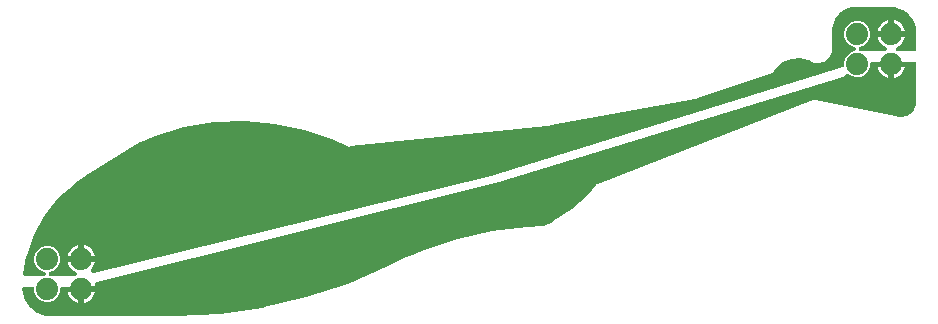
<source format=gtl>
G04 EAGLE Gerber X2 export*
G75*
%MOMM*%
%FSLAX34Y34*%
%LPD*%
%AMOC8*
5,1,8,0,0,1.08239X$1,22.5*%
G01*
%ADD10C,1.879600*%

G36*
X20437Y36069D02*
X20437Y36069D01*
X20441Y36069D01*
X20635Y36089D01*
X20833Y36109D01*
X20837Y36110D01*
X20841Y36110D01*
X21027Y36168D01*
X21218Y36227D01*
X21222Y36229D01*
X21226Y36230D01*
X21397Y36324D01*
X21572Y36419D01*
X21575Y36421D01*
X21579Y36424D01*
X21730Y36551D01*
X21881Y36676D01*
X21884Y36680D01*
X21887Y36683D01*
X22010Y36837D01*
X22133Y36990D01*
X22135Y36994D01*
X22138Y36998D01*
X22228Y37172D01*
X22319Y37347D01*
X22320Y37352D01*
X22322Y37356D01*
X22375Y37543D01*
X22430Y37734D01*
X22431Y37739D01*
X22432Y37743D01*
X22447Y37936D01*
X22463Y38136D01*
X22463Y38140D01*
X22463Y38144D01*
X22439Y38337D01*
X22416Y38535D01*
X22415Y38540D01*
X22414Y38544D01*
X22354Y38727D01*
X22291Y38918D01*
X22289Y38922D01*
X22288Y38926D01*
X22192Y39095D01*
X22093Y39269D01*
X22090Y39272D01*
X22088Y39276D01*
X21958Y39425D01*
X21830Y39574D01*
X21827Y39576D01*
X21824Y39580D01*
X21667Y39700D01*
X21512Y39820D01*
X21508Y39822D01*
X21505Y39825D01*
X21209Y39977D01*
X17435Y41540D01*
X14362Y44613D01*
X12699Y48627D01*
X12699Y52973D01*
X14362Y56987D01*
X17435Y60060D01*
X21449Y61723D01*
X25795Y61723D01*
X29809Y60060D01*
X32882Y56987D01*
X34545Y52973D01*
X34545Y48627D01*
X32882Y44613D01*
X29809Y41540D01*
X26035Y39977D01*
X26031Y39975D01*
X26026Y39973D01*
X25854Y39880D01*
X25680Y39786D01*
X25676Y39784D01*
X25672Y39781D01*
X25524Y39657D01*
X25369Y39530D01*
X25366Y39527D01*
X25363Y39524D01*
X25240Y39371D01*
X25116Y39217D01*
X25114Y39213D01*
X25111Y39210D01*
X25020Y39035D01*
X24929Y38861D01*
X24927Y38857D01*
X24925Y38853D01*
X24869Y38658D01*
X24815Y38474D01*
X24815Y38470D01*
X24814Y38466D01*
X24798Y38268D01*
X24781Y38073D01*
X24781Y38069D01*
X24781Y38064D01*
X24804Y37867D01*
X24826Y37673D01*
X24827Y37669D01*
X24828Y37665D01*
X24889Y37476D01*
X24949Y37290D01*
X24951Y37286D01*
X24953Y37282D01*
X25050Y37109D01*
X25146Y36938D01*
X25148Y36935D01*
X25151Y36931D01*
X25279Y36782D01*
X25407Y36633D01*
X25411Y36630D01*
X25414Y36627D01*
X25568Y36507D01*
X25724Y36384D01*
X25728Y36382D01*
X25732Y36380D01*
X25908Y36292D01*
X26084Y36204D01*
X26088Y36202D01*
X26092Y36200D01*
X26285Y36149D01*
X26472Y36097D01*
X26477Y36097D01*
X26481Y36096D01*
X26812Y36069D01*
X46732Y36069D01*
X46857Y36081D01*
X46984Y36084D01*
X47057Y36101D01*
X47132Y36109D01*
X47253Y36146D01*
X47376Y36174D01*
X47445Y36205D01*
X47517Y36227D01*
X47628Y36287D01*
X47744Y36339D01*
X47805Y36383D01*
X47871Y36419D01*
X47968Y36499D01*
X48071Y36573D01*
X48123Y36628D01*
X48180Y36676D01*
X48260Y36775D01*
X48346Y36867D01*
X48386Y36931D01*
X48433Y36990D01*
X48491Y37102D01*
X48557Y37210D01*
X48584Y37281D01*
X48618Y37347D01*
X48653Y37469D01*
X48697Y37587D01*
X48709Y37662D01*
X48730Y37734D01*
X48740Y37860D01*
X48760Y37985D01*
X48756Y38060D01*
X48763Y38136D01*
X48748Y38261D01*
X48743Y38387D01*
X48724Y38461D01*
X48716Y38535D01*
X48677Y38655D01*
X48646Y38778D01*
X48614Y38847D01*
X48591Y38918D01*
X48529Y39028D01*
X48475Y39143D01*
X48430Y39203D01*
X48393Y39269D01*
X48310Y39365D01*
X48235Y39466D01*
X48179Y39516D01*
X48130Y39574D01*
X48030Y39651D01*
X47936Y39736D01*
X47862Y39782D01*
X47812Y39820D01*
X47746Y39853D01*
X47654Y39910D01*
X46321Y40589D01*
X44800Y41694D01*
X43472Y43022D01*
X42367Y44543D01*
X41514Y46217D01*
X40933Y48004D01*
X40893Y48261D01*
X52070Y48261D01*
X52088Y48262D01*
X52105Y48261D01*
X52288Y48282D01*
X52470Y48301D01*
X52487Y48306D01*
X52505Y48308D01*
X52583Y48333D01*
X52720Y48294D01*
X52738Y48292D01*
X52755Y48288D01*
X53086Y48261D01*
X64263Y48261D01*
X64223Y48004D01*
X63642Y46217D01*
X62789Y44543D01*
X61684Y43022D01*
X61058Y42396D01*
X61025Y42356D01*
X60988Y42322D01*
X60898Y42201D01*
X60803Y42084D01*
X60779Y42039D01*
X60748Y41998D01*
X60685Y41862D01*
X60614Y41729D01*
X60599Y41680D01*
X60578Y41634D01*
X60542Y41487D01*
X60499Y41343D01*
X60495Y41292D01*
X60483Y41242D01*
X60476Y41092D01*
X60463Y40942D01*
X60468Y40891D01*
X60466Y40840D01*
X60490Y40691D01*
X60506Y40541D01*
X60522Y40493D01*
X60530Y40443D01*
X60582Y40301D01*
X60628Y40158D01*
X60652Y40113D01*
X60670Y40065D01*
X60750Y39937D01*
X60823Y39805D01*
X60856Y39766D01*
X60882Y39723D01*
X60986Y39613D01*
X61083Y39498D01*
X61123Y39467D01*
X61158Y39430D01*
X61281Y39342D01*
X61399Y39249D01*
X61444Y39226D01*
X61486Y39196D01*
X61624Y39134D01*
X61758Y39066D01*
X61807Y39053D01*
X61853Y39032D01*
X62001Y38999D01*
X62146Y38958D01*
X62196Y38955D01*
X62246Y38943D01*
X62397Y38940D01*
X62547Y38929D01*
X62598Y38935D01*
X62649Y38934D01*
X62878Y38971D01*
X62947Y38979D01*
X62960Y38984D01*
X62976Y38986D01*
X399262Y121217D01*
X399312Y121234D01*
X399380Y121249D01*
X697068Y213331D01*
X697175Y213376D01*
X697286Y213412D01*
X697361Y213454D01*
X697439Y213487D01*
X697535Y213553D01*
X697637Y213610D01*
X697701Y213666D01*
X697772Y213714D01*
X697854Y213797D01*
X697942Y213873D01*
X697994Y213941D01*
X698054Y214002D01*
X698117Y214100D01*
X698188Y214191D01*
X698226Y214268D01*
X698273Y214339D01*
X698316Y214448D01*
X698368Y214552D01*
X698390Y214634D01*
X698421Y214714D01*
X698442Y214828D01*
X698472Y214941D01*
X698480Y215041D01*
X698493Y215110D01*
X698492Y215177D01*
X698499Y215271D01*
X698499Y218073D01*
X700162Y222087D01*
X703235Y225160D01*
X707009Y226723D01*
X707017Y226728D01*
X707026Y226730D01*
X707195Y226823D01*
X707364Y226914D01*
X707371Y226919D01*
X707379Y226924D01*
X707527Y227048D01*
X707675Y227170D01*
X707680Y227177D01*
X707687Y227183D01*
X707807Y227334D01*
X707928Y227483D01*
X707933Y227490D01*
X707938Y227498D01*
X708025Y227668D01*
X708115Y227839D01*
X708118Y227848D01*
X708122Y227856D01*
X708174Y228038D01*
X708229Y228226D01*
X708229Y228235D01*
X708232Y228243D01*
X708247Y228434D01*
X708263Y228627D01*
X708262Y228636D01*
X708263Y228644D01*
X708240Y228835D01*
X708218Y229027D01*
X708215Y229035D01*
X708214Y229044D01*
X708154Y229225D01*
X708095Y229410D01*
X708090Y229418D01*
X708088Y229426D01*
X707994Y229591D01*
X707898Y229762D01*
X707893Y229768D01*
X707888Y229776D01*
X707761Y229922D01*
X707637Y230067D01*
X707630Y230073D01*
X707624Y230080D01*
X707471Y230197D01*
X707320Y230316D01*
X707312Y230320D01*
X707305Y230325D01*
X707009Y230477D01*
X703235Y232040D01*
X700162Y235113D01*
X698499Y239127D01*
X698499Y243473D01*
X700162Y247487D01*
X703235Y250560D01*
X707249Y252223D01*
X711595Y252223D01*
X715609Y250560D01*
X718682Y247487D01*
X720345Y243473D01*
X720345Y239127D01*
X718682Y235113D01*
X715609Y232040D01*
X711835Y230477D01*
X711831Y230475D01*
X711826Y230473D01*
X711654Y230380D01*
X711480Y230286D01*
X711476Y230284D01*
X711472Y230281D01*
X711324Y230157D01*
X711169Y230030D01*
X711166Y230027D01*
X711163Y230024D01*
X711040Y229871D01*
X710916Y229717D01*
X710914Y229713D01*
X710911Y229710D01*
X710820Y229535D01*
X710729Y229361D01*
X710727Y229357D01*
X710725Y229353D01*
X710671Y229163D01*
X710615Y228974D01*
X710615Y228970D01*
X710614Y228966D01*
X710598Y228768D01*
X710581Y228573D01*
X710581Y228569D01*
X710581Y228564D01*
X710604Y228367D01*
X710626Y228173D01*
X710627Y228169D01*
X710628Y228165D01*
X710689Y227976D01*
X710749Y227790D01*
X710751Y227786D01*
X710753Y227782D01*
X710850Y227609D01*
X710946Y227438D01*
X710948Y227435D01*
X710951Y227431D01*
X711079Y227282D01*
X711207Y227133D01*
X711211Y227130D01*
X711214Y227127D01*
X711369Y227006D01*
X711524Y226884D01*
X711528Y226882D01*
X711532Y226880D01*
X711708Y226792D01*
X711884Y226704D01*
X711888Y226702D01*
X711892Y226700D01*
X712086Y226648D01*
X712272Y226597D01*
X712277Y226597D01*
X712281Y226596D01*
X712612Y226569D01*
X732532Y226569D01*
X732657Y226581D01*
X732784Y226584D01*
X732857Y226601D01*
X732932Y226609D01*
X733053Y226646D01*
X733176Y226674D01*
X733245Y226705D01*
X733317Y226727D01*
X733428Y226787D01*
X733544Y226839D01*
X733605Y226883D01*
X733671Y226919D01*
X733768Y226999D01*
X733871Y227073D01*
X733923Y227128D01*
X733980Y227176D01*
X734060Y227275D01*
X734146Y227367D01*
X734186Y227431D01*
X734233Y227490D01*
X734291Y227602D01*
X734357Y227710D01*
X734384Y227781D01*
X734418Y227847D01*
X734453Y227969D01*
X734497Y228087D01*
X734509Y228162D01*
X734530Y228234D01*
X734540Y228360D01*
X734560Y228485D01*
X734556Y228560D01*
X734563Y228636D01*
X734548Y228761D01*
X734542Y228887D01*
X734524Y228961D01*
X734516Y229035D01*
X734477Y229155D01*
X734446Y229278D01*
X734414Y229347D01*
X734391Y229418D01*
X734329Y229528D01*
X734275Y229643D01*
X734230Y229703D01*
X734193Y229769D01*
X734110Y229864D01*
X734035Y229966D01*
X733979Y230017D01*
X733930Y230074D01*
X733830Y230151D01*
X733736Y230236D01*
X733661Y230282D01*
X733612Y230320D01*
X733546Y230353D01*
X733454Y230410D01*
X732121Y231089D01*
X730600Y232194D01*
X729272Y233522D01*
X728167Y235043D01*
X727314Y236717D01*
X726733Y238504D01*
X726693Y238761D01*
X737870Y238761D01*
X737888Y238762D01*
X737905Y238761D01*
X738088Y238782D01*
X738270Y238801D01*
X738287Y238806D01*
X738305Y238808D01*
X738383Y238833D01*
X738520Y238794D01*
X738538Y238792D01*
X738555Y238788D01*
X738886Y238761D01*
X750063Y238761D01*
X750023Y238504D01*
X749442Y236717D01*
X748589Y235043D01*
X747484Y233522D01*
X746156Y232194D01*
X744635Y231089D01*
X743302Y230410D01*
X743196Y230342D01*
X743085Y230281D01*
X743027Y230233D01*
X742963Y230192D01*
X742872Y230104D01*
X742776Y230024D01*
X742728Y229965D01*
X742674Y229912D01*
X742602Y229808D01*
X742523Y229710D01*
X742489Y229643D01*
X742446Y229581D01*
X742396Y229465D01*
X742338Y229353D01*
X742317Y229280D01*
X742287Y229211D01*
X742261Y229087D01*
X742226Y228966D01*
X742220Y228891D01*
X742205Y228817D01*
X742204Y228690D01*
X742193Y228564D01*
X742202Y228490D01*
X742202Y228414D01*
X742226Y228290D01*
X742240Y228165D01*
X742264Y228093D01*
X742278Y228019D01*
X742326Y227902D01*
X742365Y227782D01*
X742402Y227716D01*
X742431Y227646D01*
X742501Y227541D01*
X742563Y227431D01*
X742612Y227374D01*
X742654Y227311D01*
X742744Y227222D01*
X742826Y227127D01*
X742886Y227080D01*
X742939Y227027D01*
X743045Y226957D01*
X743144Y226880D01*
X743212Y226846D01*
X743275Y226804D01*
X743392Y226757D01*
X743505Y226700D01*
X743578Y226681D01*
X743648Y226652D01*
X743771Y226629D01*
X743894Y226596D01*
X743981Y226589D01*
X744043Y226577D01*
X744116Y226578D01*
X744224Y226569D01*
X757428Y226569D01*
X757446Y226571D01*
X757464Y226569D01*
X757646Y226590D01*
X757829Y226609D01*
X757846Y226614D01*
X757863Y226616D01*
X758038Y226673D01*
X758214Y226727D01*
X758229Y226735D01*
X758246Y226741D01*
X758406Y226831D01*
X758568Y226919D01*
X758581Y226930D01*
X758597Y226939D01*
X758736Y227059D01*
X758877Y227176D01*
X758888Y227190D01*
X758902Y227202D01*
X759014Y227347D01*
X759129Y227490D01*
X759137Y227506D01*
X759148Y227520D01*
X759230Y227685D01*
X759315Y227847D01*
X759320Y227864D01*
X759328Y227881D01*
X759375Y228059D01*
X759426Y228234D01*
X759428Y228252D01*
X759432Y228269D01*
X759459Y228600D01*
X759459Y242893D01*
X759453Y242958D01*
X759453Y243052D01*
X759216Y246061D01*
X759203Y246133D01*
X759199Y246206D01*
X759160Y246371D01*
X759145Y246457D01*
X759133Y246488D01*
X759123Y246529D01*
X757263Y252253D01*
X757202Y252393D01*
X757147Y252536D01*
X757119Y252583D01*
X757102Y252622D01*
X757052Y252692D01*
X756975Y252819D01*
X753437Y257688D01*
X753336Y257802D01*
X753240Y257921D01*
X753198Y257957D01*
X753170Y257989D01*
X753101Y258040D01*
X752988Y258137D01*
X748119Y261675D01*
X747987Y261752D01*
X747859Y261835D01*
X747808Y261857D01*
X747772Y261878D01*
X747690Y261906D01*
X747553Y261963D01*
X741829Y263823D01*
X741758Y263839D01*
X741689Y263863D01*
X741521Y263890D01*
X741436Y263909D01*
X741403Y263909D01*
X741361Y263916D01*
X738352Y264153D01*
X738286Y264152D01*
X738193Y264159D01*
X707299Y264159D01*
X707233Y264153D01*
X707139Y264153D01*
X704491Y263945D01*
X704419Y263932D01*
X704346Y263928D01*
X704181Y263889D01*
X704095Y263873D01*
X704064Y263861D01*
X704023Y263851D01*
X698986Y262215D01*
X698846Y262154D01*
X698704Y262099D01*
X698657Y262070D01*
X698618Y262053D01*
X698547Y262004D01*
X698420Y261926D01*
X694136Y258814D01*
X694022Y258712D01*
X693903Y258616D01*
X693867Y258574D01*
X693835Y258546D01*
X693784Y258477D01*
X693686Y258364D01*
X690574Y254080D01*
X690496Y253948D01*
X690413Y253820D01*
X690392Y253769D01*
X690370Y253732D01*
X690342Y253651D01*
X690285Y253514D01*
X688649Y248477D01*
X688633Y248405D01*
X688608Y248336D01*
X688581Y248168D01*
X688563Y248083D01*
X688562Y248050D01*
X688555Y248009D01*
X688347Y245361D01*
X688348Y245294D01*
X688341Y245201D01*
X688341Y226218D01*
X685700Y220962D01*
X680980Y217450D01*
X675187Y216431D01*
X673554Y216921D01*
X673389Y216953D01*
X673224Y216991D01*
X673192Y216992D01*
X673159Y216998D01*
X672990Y216997D01*
X672822Y217001D01*
X672786Y216996D01*
X672757Y216995D01*
X672692Y216982D01*
X672279Y217234D01*
X672194Y217275D01*
X672113Y217325D01*
X671991Y217373D01*
X671917Y217409D01*
X671867Y217421D01*
X671804Y217446D01*
X671309Y217595D01*
X671305Y217601D01*
X671271Y217634D01*
X671243Y217672D01*
X671128Y217775D01*
X671018Y217884D01*
X670979Y217909D01*
X670944Y217941D01*
X670733Y218071D01*
X670682Y218104D01*
X670672Y218108D01*
X670661Y218115D01*
X668527Y219199D01*
X668459Y219225D01*
X668395Y219260D01*
X668233Y219313D01*
X668152Y219345D01*
X668120Y219350D01*
X668079Y219364D01*
X661318Y220978D01*
X661166Y220999D01*
X661016Y221026D01*
X660961Y221027D01*
X660919Y221032D01*
X660833Y221027D01*
X660684Y221027D01*
X653755Y220473D01*
X653605Y220446D01*
X653453Y220426D01*
X653400Y220409D01*
X653359Y220401D01*
X653279Y220370D01*
X653137Y220324D01*
X646718Y217656D01*
X646583Y217583D01*
X646445Y217518D01*
X646401Y217485D01*
X646363Y217465D01*
X646297Y217410D01*
X646176Y217323D01*
X640896Y212802D01*
X640845Y212749D01*
X640788Y212703D01*
X640678Y212574D01*
X640618Y212511D01*
X640600Y212483D01*
X640572Y212451D01*
X638592Y209718D01*
X638589Y209713D01*
X638585Y209709D01*
X638415Y209424D01*
X638023Y208630D01*
X637068Y208399D01*
X636998Y208374D01*
X636891Y208348D01*
X575021Y187312D01*
X574948Y187279D01*
X574871Y187254D01*
X574765Y187195D01*
X574654Y187145D01*
X574589Y187098D01*
X574519Y187059D01*
X574426Y186980D01*
X574372Y186941D01*
X573558Y186792D01*
X573487Y186771D01*
X573271Y186717D01*
X572493Y186452D01*
X572472Y186458D01*
X572351Y186468D01*
X572231Y186487D01*
X572150Y186484D01*
X572071Y186491D01*
X571915Y186475D01*
X571828Y186472D01*
X571790Y186463D01*
X571741Y186458D01*
X450432Y164177D01*
X450288Y164135D01*
X450142Y164101D01*
X450095Y164079D01*
X450046Y164065D01*
X449912Y163996D01*
X449879Y163980D01*
X448751Y163862D01*
X448687Y163848D01*
X448597Y163839D01*
X447495Y163637D01*
X447374Y163650D01*
X447226Y163674D01*
X447168Y163673D01*
X447123Y163677D01*
X447038Y163670D01*
X446894Y163666D01*
X280174Y146117D01*
X280115Y146105D01*
X280055Y146101D01*
X279861Y146052D01*
X279780Y146035D01*
X279760Y146027D01*
X279733Y146020D01*
X279181Y145832D01*
X279085Y145868D01*
X279083Y145869D01*
X279081Y145869D01*
X278881Y145901D01*
X278688Y145932D01*
X278686Y145932D01*
X278684Y145933D01*
X278646Y145932D01*
X278248Y146254D01*
X278171Y146304D01*
X278100Y146363D01*
X277981Y146429D01*
X277912Y146475D01*
X277867Y146493D01*
X277811Y146524D01*
X266542Y151646D01*
X266469Y151670D01*
X266365Y151716D01*
X242131Y160101D01*
X242046Y160121D01*
X241887Y160168D01*
X216798Y165475D01*
X216712Y165484D01*
X216548Y165511D01*
X190994Y167657D01*
X190907Y167656D01*
X190741Y167662D01*
X165119Y166614D01*
X165032Y166601D01*
X164867Y166587D01*
X139574Y162361D01*
X139490Y162338D01*
X139328Y162304D01*
X114757Y154965D01*
X114687Y154936D01*
X114578Y154902D01*
X102934Y150201D01*
X102923Y150195D01*
X102912Y150192D01*
X102617Y150040D01*
X55712Y120724D01*
X54672Y120074D01*
X54642Y120051D01*
X54600Y120027D01*
X47026Y114837D01*
X47017Y114828D01*
X47006Y114822D01*
X46940Y114766D01*
X46824Y114678D01*
X33119Y102480D01*
X33116Y102476D01*
X33111Y102473D01*
X32883Y102232D01*
X21421Y87906D01*
X21418Y87901D01*
X21415Y87897D01*
X21231Y87621D01*
X12337Y71574D01*
X12334Y71569D01*
X12331Y71565D01*
X12264Y71414D01*
X12232Y71353D01*
X12224Y71324D01*
X12196Y71262D01*
X6123Y53949D01*
X6122Y53944D01*
X6119Y53939D01*
X6037Y53618D01*
X3452Y38441D01*
X3439Y38253D01*
X3424Y38064D01*
X3425Y38052D01*
X3424Y38039D01*
X3449Y37852D01*
X3471Y37665D01*
X3475Y37653D01*
X3476Y37640D01*
X3537Y37462D01*
X3596Y37282D01*
X3602Y37271D01*
X3606Y37259D01*
X3701Y37096D01*
X3793Y36931D01*
X3802Y36922D01*
X3808Y36911D01*
X3934Y36769D01*
X4057Y36627D01*
X4066Y36619D01*
X4075Y36609D01*
X4227Y36495D01*
X4375Y36380D01*
X4386Y36374D01*
X4396Y36366D01*
X4566Y36284D01*
X4735Y36200D01*
X4747Y36197D01*
X4759Y36192D01*
X4940Y36145D01*
X5124Y36096D01*
X5138Y36095D01*
X5149Y36092D01*
X5212Y36089D01*
X5455Y36069D01*
X20432Y36069D01*
X20437Y36069D01*
G37*
G36*
X132973Y2379D02*
X132973Y2379D01*
X133049Y2377D01*
X169971Y4468D01*
X170042Y4479D01*
X170147Y4486D01*
X206747Y9786D01*
X206817Y9803D01*
X206921Y9819D01*
X242919Y18289D01*
X242987Y18312D01*
X243089Y18337D01*
X278212Y29912D01*
X278278Y29942D01*
X278378Y29975D01*
X312358Y44568D01*
X312407Y44595D01*
X312478Y44624D01*
X327542Y52296D01*
X327667Y52377D01*
X327797Y52451D01*
X327836Y52485D01*
X327881Y52514D01*
X327988Y52617D01*
X328022Y52647D01*
X329016Y53059D01*
X329086Y53097D01*
X329199Y53146D01*
X330095Y53628D01*
X330168Y53628D01*
X330292Y53654D01*
X330418Y53670D01*
X330501Y53697D01*
X330562Y53710D01*
X330630Y53739D01*
X330734Y53772D01*
X342926Y58829D01*
X371210Y67763D01*
X400165Y74197D01*
X429571Y78084D01*
X443476Y78698D01*
X443513Y78703D01*
X443551Y78703D01*
X443712Y78732D01*
X443875Y78756D01*
X443910Y78768D01*
X443947Y78775D01*
X444241Y78886D01*
X444254Y78891D01*
X444255Y78891D01*
X444257Y78892D01*
X452053Y82589D01*
X452127Y82634D01*
X452285Y82719D01*
X467996Y92873D01*
X468005Y92880D01*
X468015Y92886D01*
X468040Y92905D01*
X468063Y92918D01*
X468127Y92974D01*
X468276Y93091D01*
X481986Y105819D01*
X482043Y105884D01*
X482168Y106013D01*
X487850Y112875D01*
X487914Y112970D01*
X487987Y113060D01*
X488035Y113150D01*
X488075Y113209D01*
X488100Y113270D01*
X488145Y113352D01*
X488333Y113780D01*
X488437Y113832D01*
X488443Y113837D01*
X488451Y113841D01*
X488602Y113960D01*
X488755Y114079D01*
X488761Y114086D01*
X488767Y114091D01*
X488799Y114128D01*
X489341Y114203D01*
X489410Y114220D01*
X489481Y114228D01*
X489647Y114277D01*
X489732Y114298D01*
X489761Y114311D01*
X489799Y114322D01*
X671715Y185067D01*
X671763Y185092D01*
X671815Y185110D01*
X672006Y185215D01*
X672074Y185250D01*
X672087Y185260D01*
X672105Y185270D01*
X672603Y185602D01*
X672690Y185594D01*
X672697Y185595D01*
X672705Y185594D01*
X672896Y185615D01*
X673090Y185634D01*
X673098Y185636D01*
X673106Y185637D01*
X673127Y185644D01*
X673667Y185406D01*
X673719Y185389D01*
X673768Y185365D01*
X673978Y185305D01*
X674050Y185281D01*
X674067Y185279D01*
X674087Y185274D01*
X742476Y171596D01*
X742477Y171596D01*
X744333Y171224D01*
X744406Y171217D01*
X744511Y171197D01*
X746374Y170993D01*
X746478Y170992D01*
X746580Y170981D01*
X746699Y170990D01*
X746777Y170989D01*
X746833Y171000D01*
X746911Y171006D01*
X750600Y171587D01*
X750787Y171636D01*
X750973Y171683D01*
X750982Y171687D01*
X750989Y171689D01*
X751036Y171711D01*
X751275Y171820D01*
X754534Y173643D01*
X754693Y173753D01*
X754852Y173862D01*
X754858Y173869D01*
X754865Y173873D01*
X754900Y173910D01*
X755087Y174096D01*
X757513Y176935D01*
X757623Y177093D01*
X757735Y177250D01*
X757739Y177259D01*
X757743Y177265D01*
X757764Y177312D01*
X757875Y177551D01*
X759168Y181054D01*
X759194Y181154D01*
X759230Y181251D01*
X759250Y181368D01*
X759269Y181444D01*
X759273Y181501D01*
X759286Y181578D01*
X759451Y183445D01*
X759451Y183518D01*
X759459Y183625D01*
X759459Y215900D01*
X759457Y215918D01*
X759459Y215936D01*
X759438Y216118D01*
X759419Y216301D01*
X759414Y216318D01*
X759412Y216335D01*
X759355Y216510D01*
X759301Y216686D01*
X759293Y216701D01*
X759287Y216718D01*
X759197Y216878D01*
X759109Y217040D01*
X759098Y217053D01*
X759089Y217069D01*
X758969Y217208D01*
X758852Y217349D01*
X758838Y217360D01*
X758826Y217374D01*
X758681Y217486D01*
X758538Y217601D01*
X758522Y217609D01*
X758508Y217620D01*
X758343Y217702D01*
X758181Y217787D01*
X758164Y217792D01*
X758148Y217800D01*
X757969Y217847D01*
X757794Y217898D01*
X757776Y217900D01*
X757759Y217904D01*
X757428Y217931D01*
X738886Y217931D01*
X738868Y217929D01*
X738851Y217931D01*
X738668Y217910D01*
X738486Y217891D01*
X738469Y217886D01*
X738451Y217884D01*
X738373Y217859D01*
X738236Y217898D01*
X738218Y217900D01*
X738201Y217904D01*
X737870Y217931D01*
X722376Y217931D01*
X722358Y217929D01*
X722340Y217931D01*
X722158Y217910D01*
X721975Y217891D01*
X721958Y217886D01*
X721941Y217884D01*
X721766Y217827D01*
X721590Y217773D01*
X721575Y217765D01*
X721558Y217759D01*
X721398Y217669D01*
X721236Y217581D01*
X721223Y217570D01*
X721207Y217561D01*
X721068Y217441D01*
X720927Y217324D01*
X720916Y217310D01*
X720902Y217298D01*
X720790Y217153D01*
X720675Y217010D01*
X720667Y216994D01*
X720656Y216980D01*
X720574Y216815D01*
X720489Y216653D01*
X720484Y216636D01*
X720476Y216620D01*
X720429Y216441D01*
X720378Y216266D01*
X720376Y216248D01*
X720372Y216231D01*
X720345Y215900D01*
X720345Y213727D01*
X718682Y209713D01*
X715609Y206640D01*
X712473Y205341D01*
X711595Y204977D01*
X707249Y204977D01*
X703235Y206640D01*
X702587Y207287D01*
X702574Y207299D01*
X702562Y207312D01*
X702418Y207426D01*
X702276Y207543D01*
X702260Y207551D01*
X702246Y207562D01*
X702082Y207646D01*
X701920Y207731D01*
X701903Y207736D01*
X701887Y207744D01*
X701710Y207794D01*
X701534Y207846D01*
X701517Y207848D01*
X701499Y207852D01*
X701316Y207866D01*
X701133Y207882D01*
X701116Y207880D01*
X701098Y207882D01*
X700916Y207859D01*
X700733Y207839D01*
X700716Y207834D01*
X700698Y207831D01*
X700525Y207773D01*
X700349Y207717D01*
X700334Y207709D01*
X700317Y207703D01*
X700157Y207611D01*
X699997Y207523D01*
X699983Y207511D01*
X699968Y207502D01*
X699715Y207287D01*
X697423Y204995D01*
X405857Y116258D01*
X65537Y31178D01*
X65454Y31148D01*
X65368Y31128D01*
X65265Y31080D01*
X65158Y31042D01*
X65083Y30997D01*
X65002Y30960D01*
X64911Y30893D01*
X64813Y30834D01*
X64748Y30775D01*
X64677Y30723D01*
X64600Y30639D01*
X64516Y30562D01*
X64464Y30491D01*
X64405Y30426D01*
X64346Y30329D01*
X64279Y30237D01*
X64242Y30157D01*
X64196Y30082D01*
X64158Y29975D01*
X64110Y29872D01*
X64090Y29786D01*
X64060Y29703D01*
X64043Y29590D01*
X64017Y29480D01*
X64014Y29392D01*
X64001Y29305D01*
X64007Y29191D01*
X64003Y29078D01*
X64017Y28991D01*
X64022Y28903D01*
X64054Y28764D01*
X64068Y28680D01*
X64084Y28638D01*
X64098Y28580D01*
X64223Y28196D01*
X64263Y27939D01*
X53086Y27939D01*
X53068Y27937D01*
X53051Y27939D01*
X52868Y27918D01*
X52686Y27899D01*
X52669Y27894D01*
X52651Y27892D01*
X52476Y27835D01*
X52301Y27781D01*
X52285Y27773D01*
X52268Y27767D01*
X52214Y27736D01*
X52170Y27737D01*
X52034Y27748D01*
X51970Y27741D01*
X51905Y27742D01*
X51719Y27711D01*
X51634Y27701D01*
X51610Y27693D01*
X51577Y27688D01*
X50550Y27431D01*
X36576Y27431D01*
X36558Y27429D01*
X36540Y27431D01*
X36358Y27410D01*
X36175Y27391D01*
X36158Y27386D01*
X36141Y27384D01*
X35966Y27327D01*
X35790Y27273D01*
X35775Y27265D01*
X35758Y27259D01*
X35598Y27169D01*
X35436Y27081D01*
X35423Y27070D01*
X35407Y27061D01*
X35268Y26941D01*
X35127Y26824D01*
X35116Y26810D01*
X35102Y26798D01*
X34990Y26653D01*
X34875Y26510D01*
X34867Y26494D01*
X34856Y26480D01*
X34774Y26315D01*
X34689Y26153D01*
X34684Y26136D01*
X34676Y26120D01*
X34629Y25941D01*
X34578Y25766D01*
X34576Y25748D01*
X34572Y25731D01*
X34545Y25400D01*
X34545Y23227D01*
X32882Y19213D01*
X29809Y16140D01*
X25795Y14477D01*
X21449Y14477D01*
X17435Y16140D01*
X14362Y19213D01*
X12699Y23227D01*
X12699Y25400D01*
X12697Y25418D01*
X12699Y25436D01*
X12678Y25618D01*
X12659Y25801D01*
X12654Y25818D01*
X12652Y25835D01*
X12595Y26010D01*
X12541Y26186D01*
X12533Y26201D01*
X12527Y26218D01*
X12437Y26378D01*
X12349Y26540D01*
X12338Y26553D01*
X12329Y26569D01*
X12209Y26708D01*
X12092Y26849D01*
X12078Y26860D01*
X12066Y26874D01*
X11921Y26986D01*
X11778Y27101D01*
X11762Y27109D01*
X11748Y27120D01*
X11583Y27202D01*
X11421Y27287D01*
X11404Y27292D01*
X11388Y27300D01*
X11209Y27347D01*
X11034Y27398D01*
X11016Y27400D01*
X10999Y27404D01*
X10668Y27431D01*
X4620Y27431D01*
X4523Y27422D01*
X4426Y27422D01*
X4324Y27402D01*
X4220Y27391D01*
X4127Y27363D01*
X4031Y27344D01*
X3935Y27304D01*
X3835Y27273D01*
X3749Y27227D01*
X3659Y27189D01*
X3572Y27131D01*
X3481Y27081D01*
X3406Y27019D01*
X3325Y26964D01*
X3252Y26890D01*
X3172Y26824D01*
X3111Y26748D01*
X3042Y26678D01*
X2985Y26591D01*
X2919Y26510D01*
X2874Y26423D01*
X2821Y26342D01*
X2782Y26245D01*
X2734Y26153D01*
X2707Y26059D01*
X2670Y25968D01*
X2651Y25866D01*
X2622Y25766D01*
X2614Y25668D01*
X2597Y25572D01*
X2596Y25445D01*
X2590Y25364D01*
X2596Y25312D01*
X2595Y25241D01*
X2811Y22502D01*
X2824Y22430D01*
X2828Y22357D01*
X2847Y22274D01*
X2850Y22251D01*
X2860Y22221D01*
X2867Y22192D01*
X2882Y22106D01*
X2894Y22075D01*
X2904Y22034D01*
X4977Y15653D01*
X5039Y15513D01*
X5094Y15370D01*
X5122Y15323D01*
X5139Y15284D01*
X5189Y15214D01*
X5266Y15087D01*
X9210Y9659D01*
X9311Y9545D01*
X9407Y9426D01*
X9449Y9390D01*
X9477Y9358D01*
X9546Y9307D01*
X9659Y9210D01*
X15087Y5266D01*
X15219Y5189D01*
X15347Y5105D01*
X15398Y5084D01*
X15434Y5063D01*
X15516Y5035D01*
X15653Y4977D01*
X22034Y2904D01*
X22106Y2889D01*
X22175Y2864D01*
X22342Y2837D01*
X22427Y2818D01*
X22460Y2818D01*
X22502Y2811D01*
X25857Y2547D01*
X25923Y2548D01*
X26016Y2541D01*
X112488Y2541D01*
X112684Y2560D01*
X112880Y2579D01*
X112884Y2580D01*
X112889Y2581D01*
X112902Y2585D01*
X114308Y2542D01*
X114335Y2544D01*
X114370Y2541D01*
X115998Y2541D01*
X116194Y2523D01*
X132916Y2374D01*
X132973Y2379D01*
G37*
%LPC*%
G36*
X740917Y243839D02*
X740917Y243839D01*
X740917Y252985D01*
X741174Y252945D01*
X742961Y252364D01*
X744635Y251511D01*
X746156Y250406D01*
X747484Y249078D01*
X748589Y247557D01*
X749442Y245883D01*
X750023Y244096D01*
X750063Y243839D01*
X740917Y243839D01*
G37*
%LPD*%
%LPC*%
G36*
X55117Y53339D02*
X55117Y53339D01*
X55117Y62485D01*
X55374Y62445D01*
X57161Y61864D01*
X58835Y61011D01*
X60356Y59906D01*
X61684Y58578D01*
X62789Y57057D01*
X63642Y55383D01*
X64223Y53596D01*
X64263Y53339D01*
X55117Y53339D01*
G37*
%LPD*%
%LPC*%
G36*
X726693Y243839D02*
X726693Y243839D01*
X726733Y244096D01*
X727314Y245883D01*
X728167Y247557D01*
X729272Y249078D01*
X730600Y250406D01*
X732121Y251511D01*
X733795Y252364D01*
X735582Y252945D01*
X735839Y252985D01*
X735839Y243839D01*
X726693Y243839D01*
G37*
%LPD*%
%LPC*%
G36*
X740917Y213361D02*
X740917Y213361D01*
X750063Y213361D01*
X750023Y213104D01*
X749442Y211317D01*
X748589Y209643D01*
X747484Y208122D01*
X746156Y206794D01*
X744635Y205689D01*
X742961Y204836D01*
X741174Y204255D01*
X740917Y204215D01*
X740917Y213361D01*
G37*
%LPD*%
%LPC*%
G36*
X40893Y53339D02*
X40893Y53339D01*
X40933Y53596D01*
X41514Y55383D01*
X42367Y57057D01*
X43472Y58578D01*
X44800Y59906D01*
X46321Y61011D01*
X47995Y61864D01*
X49782Y62445D01*
X50039Y62485D01*
X50039Y53339D01*
X40893Y53339D01*
G37*
%LPD*%
%LPC*%
G36*
X55117Y22861D02*
X55117Y22861D01*
X64263Y22861D01*
X64223Y22604D01*
X63642Y20817D01*
X62789Y19143D01*
X61684Y17622D01*
X60356Y16294D01*
X58835Y15189D01*
X57161Y14336D01*
X55374Y13755D01*
X55117Y13715D01*
X55117Y22861D01*
G37*
%LPD*%
%LPC*%
G36*
X735582Y204255D02*
X735582Y204255D01*
X733795Y204836D01*
X732121Y205689D01*
X730600Y206794D01*
X729272Y208122D01*
X728167Y209643D01*
X727314Y211317D01*
X726733Y213104D01*
X726693Y213361D01*
X735839Y213361D01*
X735839Y204215D01*
X735582Y204255D01*
G37*
%LPD*%
%LPC*%
G36*
X49782Y13755D02*
X49782Y13755D01*
X47995Y14336D01*
X46321Y15189D01*
X44800Y16294D01*
X43472Y17622D01*
X42367Y19143D01*
X41514Y20817D01*
X40933Y22604D01*
X40893Y22861D01*
X50039Y22861D01*
X50039Y13715D01*
X49782Y13755D01*
G37*
%LPD*%
D10*
X709422Y241300D03*
X738378Y241300D03*
X709422Y215900D03*
X738378Y215900D03*
X23622Y50800D03*
X52578Y50800D03*
X23622Y25400D03*
X52578Y25400D03*
M02*

</source>
